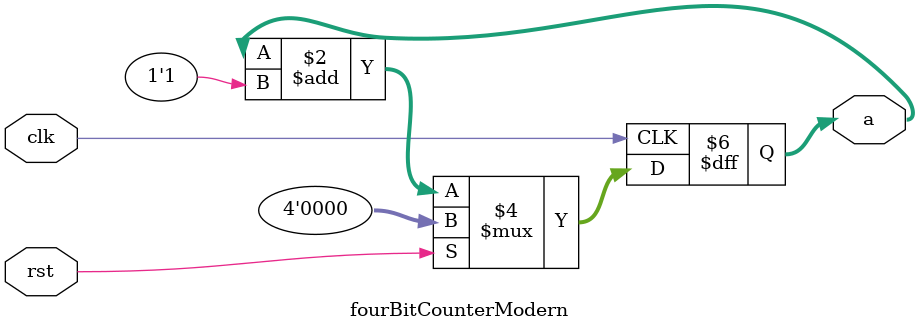
<source format=v>
module fourBitCounterModern (clk, rst, a);
 /*whenever a positive edge signal on the clock is given, we will start the loop at line 6
 if reset is 1, then the array will be set back to 0000, thus resetting the counter for counting again
 otherwise the array counter is incremented by 1, which differs from the schematic in that the schematic uses combinational logic (gates) to count*/
    input clk, rst;
    output reg [3:0] a;
 
    always @ (posedge clk) begin
        if (rst) begin
            a <= 4'b0000;
        end
        else begin
            a <= a + 1'b1;
        end
    end
 
endmodule

</source>
